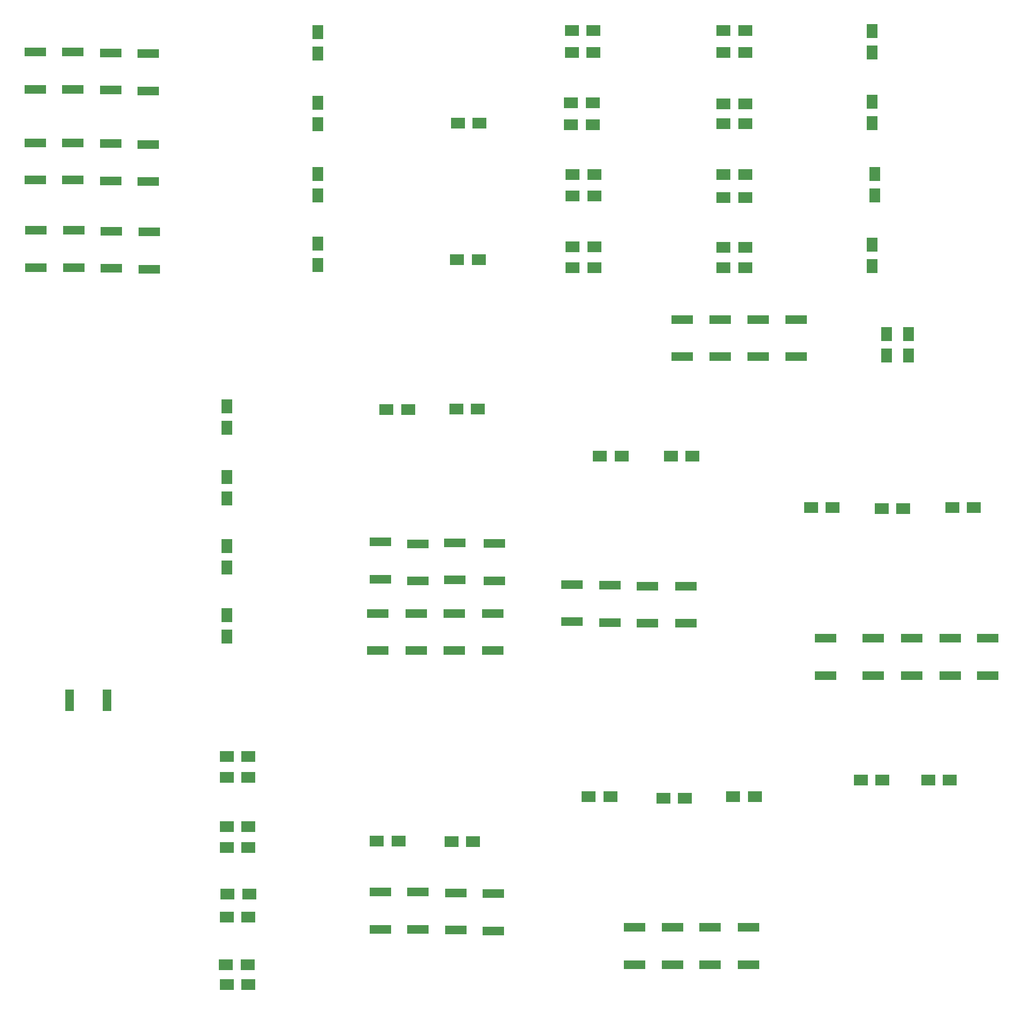
<source format=gbp>
G04*
G04 #@! TF.GenerationSoftware,Altium Limited,Altium Designer,25.5.2 (35)*
G04*
G04 Layer_Color=128*
%FSLAX25Y25*%
%MOIN*%
G70*
G04*
G04 #@! TF.SameCoordinates,EC32A686-E373-4CB4-AF31-63D9CFDA87CC*
G04*
G04*
G04 #@! TF.FilePolarity,Positive*
G04*
G01*
G75*
%ADD40R,0.13600X0.05200*%
%ADD41R,0.06500X0.08600*%
%ADD42R,0.08600X0.06500*%
%ADD43R,0.05200X0.13600*%
D40*
X197000Y740600D02*
D03*
Y717400D02*
D03*
X600500Y575100D02*
D03*
X576833D02*
D03*
X553167D02*
D03*
X529500D02*
D03*
X672500Y376600D02*
D03*
X648500D02*
D03*
X619000D02*
D03*
X720000D02*
D03*
X696500D02*
D03*
X484500Y409600D02*
D03*
X532000Y409100D02*
D03*
X508000D02*
D03*
X571000Y173400D02*
D03*
X547000D02*
D03*
X523500D02*
D03*
X500000D02*
D03*
X412500Y412400D02*
D03*
X388000Y412900D02*
D03*
X341500Y413400D02*
D03*
X365000Y412300D02*
D03*
X173500Y717900D02*
D03*
X197000Y660900D02*
D03*
X173500Y661400D02*
D03*
X150000Y718400D02*
D03*
X126500D02*
D03*
Y661900D02*
D03*
X150000D02*
D03*
X197500Y606400D02*
D03*
X150500Y607400D02*
D03*
X127000D02*
D03*
X174000Y606900D02*
D03*
X461000Y410100D02*
D03*
X411500Y368900D02*
D03*
X340000D02*
D03*
X363833D02*
D03*
X387667D02*
D03*
X388500Y194900D02*
D03*
X412000Y194400D02*
D03*
X341500Y195400D02*
D03*
X365000D02*
D03*
X648500Y353400D02*
D03*
X388000Y436100D02*
D03*
X412500Y435600D02*
D03*
X363833Y392100D02*
D03*
X174000Y630100D02*
D03*
X127000Y630600D02*
D03*
X150500D02*
D03*
X197500Y629600D02*
D03*
X523500Y196600D02*
D03*
X547000D02*
D03*
X571000D02*
D03*
X500000D02*
D03*
X341500Y436600D02*
D03*
X388500Y218100D02*
D03*
X412000Y217600D02*
D03*
X341500Y218600D02*
D03*
X365000D02*
D03*
Y435500D02*
D03*
X387667Y392100D02*
D03*
X340000D02*
D03*
X411500D02*
D03*
X720000Y353400D02*
D03*
X672500D02*
D03*
X696500D02*
D03*
X532000Y385900D02*
D03*
X508000D02*
D03*
X461000Y386900D02*
D03*
X484500Y386400D02*
D03*
X619000Y353400D02*
D03*
X126500Y741600D02*
D03*
X150000D02*
D03*
X173500Y741100D02*
D03*
X126500Y685100D02*
D03*
X150000D02*
D03*
X173500Y684600D02*
D03*
X197000Y684100D02*
D03*
X600500Y551900D02*
D03*
X576833D02*
D03*
X553167D02*
D03*
X529500D02*
D03*
D41*
X648000Y754700D02*
D03*
Y710700D02*
D03*
X649500Y665700D02*
D03*
X648000Y621700D02*
D03*
X670500Y552800D02*
D03*
X657000D02*
D03*
X302500Y754200D02*
D03*
Y710200D02*
D03*
Y665700D02*
D03*
Y622500D02*
D03*
X246000Y521200D02*
D03*
Y477200D02*
D03*
Y434200D02*
D03*
Y391200D02*
D03*
X648000Y608300D02*
D03*
X657000Y566200D02*
D03*
X302500Y696800D02*
D03*
X246000Y463800D02*
D03*
X302500Y652300D02*
D03*
X246000Y420800D02*
D03*
X302500Y609100D02*
D03*
X246000Y377800D02*
D03*
Y507800D02*
D03*
X670500Y566200D02*
D03*
X302500Y740800D02*
D03*
X649500Y652300D02*
D03*
X648000Y697300D02*
D03*
Y741300D02*
D03*
D42*
X568700Y755000D02*
D03*
Y741500D02*
D03*
Y709500D02*
D03*
Y697000D02*
D03*
Y651000D02*
D03*
Y665500D02*
D03*
Y620000D02*
D03*
Y607500D02*
D03*
X474200Y755000D02*
D03*
Y741500D02*
D03*
X473700Y696500D02*
D03*
Y710000D02*
D03*
X474700Y665500D02*
D03*
Y652000D02*
D03*
Y620500D02*
D03*
Y607500D02*
D03*
X711200Y458000D02*
D03*
X667200Y457500D02*
D03*
X623200Y458000D02*
D03*
X696200Y288500D02*
D03*
X654200D02*
D03*
X535900Y490000D02*
D03*
X491700D02*
D03*
X574700Y278000D02*
D03*
X531200Y277000D02*
D03*
X484700Y278000D02*
D03*
X389800Y697500D02*
D03*
X389300Y612500D02*
D03*
X402200Y519500D02*
D03*
X358700Y519000D02*
D03*
X385800Y250000D02*
D03*
X339300Y250500D02*
D03*
X259200Y290000D02*
D03*
Y303000D02*
D03*
Y246500D02*
D03*
Y259500D02*
D03*
X259700Y217500D02*
D03*
X259200Y203000D02*
D03*
X258700Y173500D02*
D03*
X259200Y161000D02*
D03*
X555300Y697000D02*
D03*
Y709500D02*
D03*
Y607500D02*
D03*
X461300Y620500D02*
D03*
X697800Y458000D02*
D03*
X653800Y457500D02*
D03*
X609800Y458000D02*
D03*
X555300Y741500D02*
D03*
Y755000D02*
D03*
X682800Y288500D02*
D03*
X640800D02*
D03*
X403200Y697500D02*
D03*
X402700Y612500D02*
D03*
X460800Y741500D02*
D03*
X245800Y303000D02*
D03*
X461300Y652000D02*
D03*
X246300Y217500D02*
D03*
X460300Y696500D02*
D03*
X245800Y259500D02*
D03*
Y246500D02*
D03*
Y203000D02*
D03*
Y161000D02*
D03*
X517800Y277000D02*
D03*
X471300Y278000D02*
D03*
X561300D02*
D03*
X461300Y607500D02*
D03*
X245300Y173500D02*
D03*
X345300Y519000D02*
D03*
X399200Y250000D02*
D03*
X388800Y519500D02*
D03*
X352700Y250500D02*
D03*
X245800Y290000D02*
D03*
X522500Y490000D02*
D03*
X478300D02*
D03*
X460300Y710000D02*
D03*
X461300Y665500D02*
D03*
X460800Y755000D02*
D03*
X555300Y620000D02*
D03*
Y665500D02*
D03*
Y651000D02*
D03*
D43*
X171100Y338000D02*
D03*
X147900D02*
D03*
M02*

</source>
